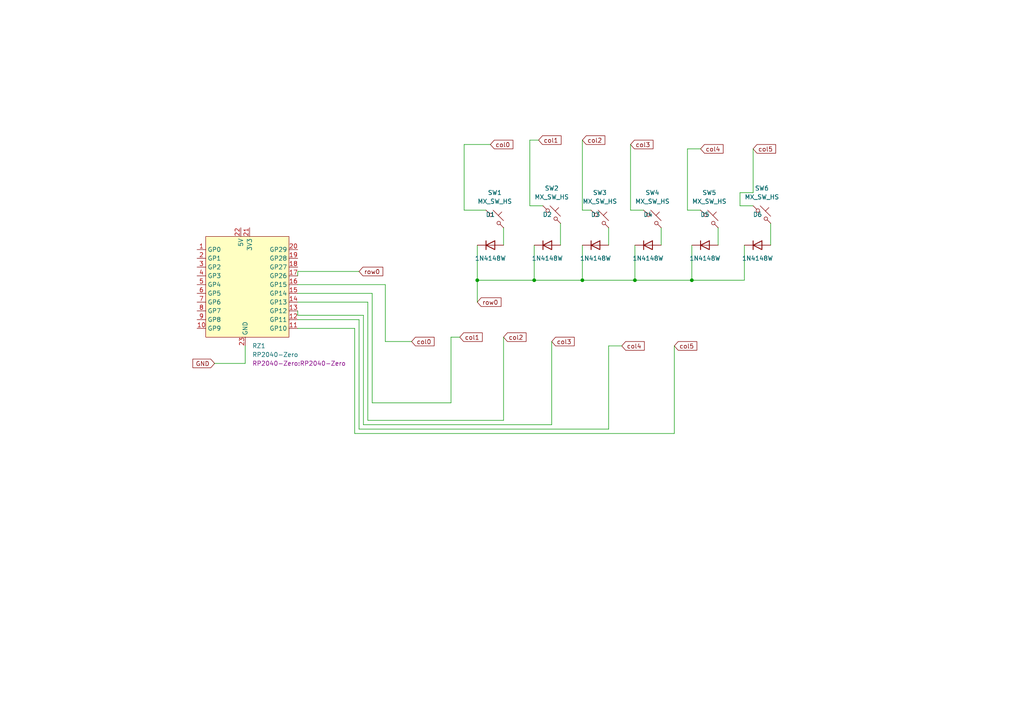
<source format=kicad_sch>
(kicad_sch (version 20211123) (generator eeschema)

  (uuid f3959fc2-2865-4a8b-9dd1-b644133ab69e)

  (paper "A4")

  (lib_symbols
    (symbol "Diode:1N4148W" (pin_numbers hide) (pin_names (offset 1.016) hide) (in_bom yes) (on_board yes)
      (property "Reference" "D" (id 0) (at 0 2.54 0)
        (effects (font (size 1.27 1.27)))
      )
      (property "Value" "1N4148W" (id 1) (at 0 -2.54 0)
        (effects (font (size 1.27 1.27)))
      )
      (property "Footprint" "Diode_SMD:D_SOD-123" (id 2) (at 0 -4.445 0)
        (effects (font (size 1.27 1.27)) hide)
      )
      (property "Datasheet" "https://www.vishay.com/docs/85748/1n4148w.pdf" (id 3) (at 0 0 0)
        (effects (font (size 1.27 1.27)) hide)
      )
      (property "ki_keywords" "diode" (id 4) (at 0 0 0)
        (effects (font (size 1.27 1.27)) hide)
      )
      (property "ki_description" "75V 0.15A Fast Switching Diode, SOD-123" (id 5) (at 0 0 0)
        (effects (font (size 1.27 1.27)) hide)
      )
      (property "ki_fp_filters" "D*SOD?123*" (id 6) (at 0 0 0)
        (effects (font (size 1.27 1.27)) hide)
      )
      (symbol "1N4148W_0_1"
        (polyline
          (pts
            (xy -1.27 1.27)
            (xy -1.27 -1.27)
          )
          (stroke (width 0.254) (type default) (color 0 0 0 0))
          (fill (type none))
        )
        (polyline
          (pts
            (xy 1.27 0)
            (xy -1.27 0)
          )
          (stroke (width 0) (type default) (color 0 0 0 0))
          (fill (type none))
        )
        (polyline
          (pts
            (xy 1.27 1.27)
            (xy 1.27 -1.27)
            (xy -1.27 0)
            (xy 1.27 1.27)
          )
          (stroke (width 0.254) (type default) (color 0 0 0 0))
          (fill (type none))
        )
      )
      (symbol "1N4148W_1_1"
        (pin passive line (at -3.81 0 0) (length 2.54)
          (name "K" (effects (font (size 1.27 1.27))))
          (number "1" (effects (font (size 1.27 1.27))))
        )
        (pin passive line (at 3.81 0 180) (length 2.54)
          (name "A" (effects (font (size 1.27 1.27))))
          (number "2" (effects (font (size 1.27 1.27))))
        )
      )
    )
    (symbol "RP2040 Zero:RP2040-Zero" (in_bom yes) (on_board yes)
      (property "Reference" "RZ" (id 0) (at 0 0 0)
        (effects (font (size 1.27 1.27)))
      )
      (property "Value" "RP2040-Zero" (id 1) (at 0 -2.54 0)
        (effects (font (size 1.27 1.27)))
      )
      (property "Footprint" "RP2040-Zero:RP2040-Zero" (id 2) (at 0 0 0)
        (effects (font (size 1.27 1.27)))
      )
      (property "Datasheet" "" (id 3) (at 0 0 0)
        (effects (font (size 1.27 1.27)) hide)
      )
      (symbol "RP2040-Zero_0_1"
        (rectangle (start -11.43 -15.24) (end 12.7 13.97)
          (stroke (width 0) (type default) (color 0 0 0 0))
          (fill (type background))
        )
      )
      (symbol "RP2040-Zero_1_1"
        (pin bidirectional line (at -13.97 10.16 0) (length 2.54)
          (name "GP0" (effects (font (size 1.27 1.27))))
          (number "1" (effects (font (size 1.27 1.27))))
        )
        (pin bidirectional line (at -13.97 -12.7 0) (length 2.54)
          (name "GP9" (effects (font (size 1.27 1.27))))
          (number "10" (effects (font (size 1.27 1.27))))
        )
        (pin bidirectional line (at 15.24 -12.7 180) (length 2.54)
          (name "GP10" (effects (font (size 1.27 1.27))))
          (number "11" (effects (font (size 1.27 1.27))))
        )
        (pin bidirectional line (at 15.24 -10.16 180) (length 2.54)
          (name "GP11" (effects (font (size 1.27 1.27))))
          (number "12" (effects (font (size 1.27 1.27))))
        )
        (pin bidirectional line (at 15.24 -7.62 180) (length 2.54)
          (name "GP12" (effects (font (size 1.27 1.27))))
          (number "13" (effects (font (size 1.27 1.27))))
        )
        (pin bidirectional line (at 15.24 -5.08 180) (length 2.54)
          (name "GP13" (effects (font (size 1.27 1.27))))
          (number "14" (effects (font (size 1.27 1.27))))
        )
        (pin bidirectional line (at 15.24 -2.54 180) (length 2.54)
          (name "GP14" (effects (font (size 1.27 1.27))))
          (number "15" (effects (font (size 1.27 1.27))))
        )
        (pin bidirectional line (at 15.24 0 180) (length 2.54)
          (name "GP15" (effects (font (size 1.27 1.27))))
          (number "16" (effects (font (size 1.27 1.27))))
        )
        (pin bidirectional line (at 15.24 2.54 180) (length 2.54)
          (name "GP26" (effects (font (size 1.27 1.27))))
          (number "17" (effects (font (size 1.27 1.27))))
        )
        (pin bidirectional line (at 15.24 5.08 180) (length 2.54)
          (name "GP27" (effects (font (size 1.27 1.27))))
          (number "18" (effects (font (size 1.27 1.27))))
        )
        (pin bidirectional line (at 15.24 7.62 180) (length 2.54)
          (name "GP28" (effects (font (size 1.27 1.27))))
          (number "19" (effects (font (size 1.27 1.27))))
        )
        (pin bidirectional line (at -13.97 7.62 0) (length 2.54)
          (name "GP1" (effects (font (size 1.27 1.27))))
          (number "2" (effects (font (size 1.27 1.27))))
        )
        (pin bidirectional line (at 15.24 10.16 180) (length 2.54)
          (name "GP29" (effects (font (size 1.27 1.27))))
          (number "20" (effects (font (size 1.27 1.27))))
        )
        (pin power_in line (at 1.27 16.51 270) (length 2.54)
          (name "3V3" (effects (font (size 1.27 1.27))))
          (number "21" (effects (font (size 1.27 1.27))))
        )
        (pin power_in line (at -1.27 16.51 270) (length 2.54)
          (name "5V" (effects (font (size 1.27 1.27))))
          (number "22" (effects (font (size 1.27 1.27))))
        )
        (pin power_in line (at 0 -17.78 90) (length 2.54)
          (name "GND" (effects (font (size 1.27 1.27))))
          (number "23" (effects (font (size 1.27 1.27))))
        )
        (pin bidirectional line (at -13.97 5.08 0) (length 2.54)
          (name "GP2" (effects (font (size 1.27 1.27))))
          (number "3" (effects (font (size 1.27 1.27))))
        )
        (pin bidirectional line (at -13.97 2.54 0) (length 2.54)
          (name "GP3" (effects (font (size 1.27 1.27))))
          (number "4" (effects (font (size 1.27 1.27))))
        )
        (pin bidirectional line (at -13.97 0 0) (length 2.54)
          (name "GP4" (effects (font (size 1.27 1.27))))
          (number "5" (effects (font (size 1.27 1.27))))
        )
        (pin bidirectional line (at -13.97 -2.54 0) (length 2.54)
          (name "GP5" (effects (font (size 1.27 1.27))))
          (number "6" (effects (font (size 1.27 1.27))))
        )
        (pin bidirectional line (at -13.97 -5.08 0) (length 2.54)
          (name "GP6" (effects (font (size 1.27 1.27))))
          (number "7" (effects (font (size 1.27 1.27))))
        )
        (pin bidirectional line (at -13.97 -7.62 0) (length 2.54)
          (name "GP7" (effects (font (size 1.27 1.27))))
          (number "8" (effects (font (size 1.27 1.27))))
        )
        (pin bidirectional line (at -13.97 -10.16 0) (length 2.54)
          (name "GP8" (effects (font (size 1.27 1.27))))
          (number "9" (effects (font (size 1.27 1.27))))
        )
      )
    )
    (symbol "marbastlib-mx:MX_SW_HS" (pin_numbers hide) (pin_names (offset 1.016) hide) (in_bom yes) (on_board yes)
      (property "Reference" "SW" (id 0) (at 3.048 1.016 0)
        (effects (font (size 1.27 1.27)) (justify left))
      )
      (property "Value" "MX_SW_HS" (id 1) (at 0 -3.81 0)
        (effects (font (size 1.27 1.27)))
      )
      (property "Footprint" "marbastlib-mx:SW_MX_HS_1u" (id 2) (at 0 0 0)
        (effects (font (size 1.27 1.27)) hide)
      )
      (property "Datasheet" "~" (id 3) (at 0 0 0)
        (effects (font (size 1.27 1.27)) hide)
      )
      (property "ki_keywords" "switch normally-open pushbutton push-button" (id 4) (at 0 0 0)
        (effects (font (size 1.27 1.27)) hide)
      )
      (property "ki_description" "Push button switch, normally open, two pins, 45° tilted" (id 5) (at 0 0 0)
        (effects (font (size 1.27 1.27)) hide)
      )
      (symbol "MX_SW_HS_0_1"
        (circle (center -1.1684 1.1684) (radius 0.508)
          (stroke (width 0) (type default) (color 0 0 0 0))
          (fill (type none))
        )
        (polyline
          (pts
            (xy -0.508 2.54)
            (xy 2.54 -0.508)
          )
          (stroke (width 0) (type default) (color 0 0 0 0))
          (fill (type none))
        )
        (polyline
          (pts
            (xy 1.016 1.016)
            (xy 2.032 2.032)
          )
          (stroke (width 0) (type default) (color 0 0 0 0))
          (fill (type none))
        )
        (polyline
          (pts
            (xy -2.54 2.54)
            (xy -1.524 1.524)
            (xy -1.524 1.524)
          )
          (stroke (width 0) (type default) (color 0 0 0 0))
          (fill (type none))
        )
        (polyline
          (pts
            (xy 1.524 -1.524)
            (xy 2.54 -2.54)
            (xy 2.54 -2.54)
            (xy 2.54 -2.54)
          )
          (stroke (width 0) (type default) (color 0 0 0 0))
          (fill (type none))
        )
        (circle (center 1.143 -1.1938) (radius 0.508)
          (stroke (width 0) (type default) (color 0 0 0 0))
          (fill (type none))
        )
        (pin passive line (at -2.54 2.54 0) (length 0)
          (name "1" (effects (font (size 1.27 1.27))))
          (number "1" (effects (font (size 1.27 1.27))))
        )
        (pin passive line (at 2.54 -2.54 180) (length 0)
          (name "2" (effects (font (size 1.27 1.27))))
          (number "2" (effects (font (size 1.27 1.27))))
        )
      )
    )
  )

  (junction (at 168.91 81.28) (diameter 0) (color 0 0 0 0)
    (uuid 0034029d-05f8-4bef-9800-f394cfac8bbc)
  )
  (junction (at 200.66 81.28) (diameter 0) (color 0 0 0 0)
    (uuid 55ffa584-9d71-4830-802d-a683c822dc14)
  )
  (junction (at 184.15 81.28) (diameter 0) (color 0 0 0 0)
    (uuid 781d698a-a857-4b80-854a-52d0cacb85b2)
  )
  (junction (at 138.43 81.28) (diameter 0) (color 0 0 0 0)
    (uuid b73d68e5-8276-429b-a8bf-609051148030)
  )
  (junction (at 154.94 81.28) (diameter 0) (color 0 0 0 0)
    (uuid c9646829-8abe-4807-b642-c7a429080822)
  )

  (wire (pts (xy 86.36 78.74) (xy 86.36 80.01))
    (stroke (width 0) (type default) (color 0 0 0 0))
    (uuid 037a7c7e-0197-4429-91ba-0da0346af7ea)
  )
  (wire (pts (xy 138.43 71.12) (xy 138.43 81.28))
    (stroke (width 0) (type default) (color 0 0 0 0))
    (uuid 05860451-25fd-4d27-8fb3-d184838b6759)
  )
  (wire (pts (xy 215.9 71.12) (xy 215.9 81.28))
    (stroke (width 0) (type default) (color 0 0 0 0))
    (uuid 1026c991-5130-43f9-af47-adc32a98a02b)
  )
  (wire (pts (xy 86.36 92.71) (xy 104.14 92.71))
    (stroke (width 0) (type default) (color 0 0 0 0))
    (uuid 10a70c67-36a1-4ff9-ad67-5ef5c9a95ffd)
  )
  (wire (pts (xy 104.14 78.74) (xy 86.36 78.74))
    (stroke (width 0) (type default) (color 0 0 0 0))
    (uuid 12daa5cf-6a08-4cac-be3e-ebf8c9391d08)
  )
  (wire (pts (xy 107.95 85.09) (xy 86.36 85.09))
    (stroke (width 0) (type default) (color 0 0 0 0))
    (uuid 14a796e9-e80d-4d78-bd33-c09e89c3fe61)
  )
  (wire (pts (xy 134.62 41.91) (xy 142.24 41.91))
    (stroke (width 0) (type default) (color 0 0 0 0))
    (uuid 155562eb-87c5-4092-9a05-b95bd712906e)
  )
  (wire (pts (xy 106.68 121.92) (xy 146.05 121.92))
    (stroke (width 0) (type default) (color 0 0 0 0))
    (uuid 1842a470-2ea1-42cf-87bf-1afba5a3c039)
  )
  (wire (pts (xy 138.43 81.28) (xy 138.43 87.63))
    (stroke (width 0) (type default) (color 0 0 0 0))
    (uuid 1c6f2a66-7231-4627-a138-75a6b92affd1)
  )
  (wire (pts (xy 156.21 40.64) (xy 153.67 40.64))
    (stroke (width 0) (type default) (color 0 0 0 0))
    (uuid 295d429d-ac64-4ccb-9f10-a1cc4890c03c)
  )
  (wire (pts (xy 138.43 81.28) (xy 154.94 81.28))
    (stroke (width 0) (type default) (color 0 0 0 0))
    (uuid 2d3ab509-ed65-4c13-b97d-33429c45956f)
  )
  (wire (pts (xy 199.39 60.96) (xy 199.39 43.18))
    (stroke (width 0) (type default) (color 0 0 0 0))
    (uuid 2da729e3-517a-4bbe-b961-ef2a43157893)
  )
  (wire (pts (xy 176.53 100.33) (xy 176.53 124.46))
    (stroke (width 0) (type default) (color 0 0 0 0))
    (uuid 2dd7137b-e222-4d18-85a0-1ef23958d60c)
  )
  (wire (pts (xy 104.14 92.71) (xy 104.14 124.46))
    (stroke (width 0) (type default) (color 0 0 0 0))
    (uuid 3092ce93-c18a-49be-afc0-77287d789e9d)
  )
  (wire (pts (xy 86.36 82.55) (xy 111.76 82.55))
    (stroke (width 0) (type default) (color 0 0 0 0))
    (uuid 34ef8aeb-624f-48dc-a02f-e9ccc3e98753)
  )
  (wire (pts (xy 133.35 97.79) (xy 130.81 97.79))
    (stroke (width 0) (type default) (color 0 0 0 0))
    (uuid 36aee33a-3f8a-49a9-b487-9baa7fbc3398)
  )
  (wire (pts (xy 184.15 71.12) (xy 184.15 81.28))
    (stroke (width 0) (type default) (color 0 0 0 0))
    (uuid 3719f900-d6d2-4a1b-90c0-a87cd291ee2f)
  )
  (wire (pts (xy 191.77 66.04) (xy 191.77 71.12))
    (stroke (width 0) (type default) (color 0 0 0 0))
    (uuid 3aa794e6-1225-49d7-a942-9f186fd0be96)
  )
  (wire (pts (xy 195.58 125.73) (xy 102.87 125.73))
    (stroke (width 0) (type default) (color 0 0 0 0))
    (uuid 3aaa40ac-829c-4191-a8fe-1927341a5e04)
  )
  (wire (pts (xy 146.05 97.79) (xy 146.05 121.92))
    (stroke (width 0) (type default) (color 0 0 0 0))
    (uuid 3d716355-042a-4399-ac6f-c528a9a54350)
  )
  (wire (pts (xy 195.58 100.33) (xy 195.58 125.73))
    (stroke (width 0) (type default) (color 0 0 0 0))
    (uuid 3f05fc69-152b-45d7-a48c-2d47708f0e9d)
  )
  (wire (pts (xy 168.91 60.96) (xy 168.91 40.64))
    (stroke (width 0) (type default) (color 0 0 0 0))
    (uuid 469328c4-a08f-4ba3-a9fe-3f47bb9ba7bd)
  )
  (wire (pts (xy 208.28 66.04) (xy 208.28 71.12))
    (stroke (width 0) (type default) (color 0 0 0 0))
    (uuid 4aa16fb1-15fc-4d75-9c57-2d0272370fea)
  )
  (wire (pts (xy 154.94 81.28) (xy 168.91 81.28))
    (stroke (width 0) (type default) (color 0 0 0 0))
    (uuid 4dfb88a3-dd40-41bc-8993-521de8c4d5bf)
  )
  (wire (pts (xy 168.91 81.28) (xy 184.15 81.28))
    (stroke (width 0) (type default) (color 0 0 0 0))
    (uuid 5044f454-8775-41f6-b17a-48933f442686)
  )
  (wire (pts (xy 176.53 66.04) (xy 176.53 71.12))
    (stroke (width 0) (type default) (color 0 0 0 0))
    (uuid 52f93e84-3322-4749-9d25-6496753d4f94)
  )
  (wire (pts (xy 160.02 99.06) (xy 160.02 123.19))
    (stroke (width 0) (type default) (color 0 0 0 0))
    (uuid 567b2f83-ed4f-43bc-b268-4b9eddd70a42)
  )
  (wire (pts (xy 160.02 123.19) (xy 105.41 123.19))
    (stroke (width 0) (type default) (color 0 0 0 0))
    (uuid 5ae12cc6-74c2-43f0-abb7-86e78886baa3)
  )
  (wire (pts (xy 153.67 40.64) (xy 153.67 59.69))
    (stroke (width 0) (type default) (color 0 0 0 0))
    (uuid 5c5250d1-ed4b-4794-a1fb-a89da8050967)
  )
  (wire (pts (xy 130.81 97.79) (xy 130.81 116.84))
    (stroke (width 0) (type default) (color 0 0 0 0))
    (uuid 5e0e21cc-1be4-475b-8e81-b1eb7ec198e7)
  )
  (wire (pts (xy 184.15 81.28) (xy 200.66 81.28))
    (stroke (width 0) (type default) (color 0 0 0 0))
    (uuid 6118a909-cd0c-402d-8f26-f2fc175a9f28)
  )
  (wire (pts (xy 111.76 99.06) (xy 119.38 99.06))
    (stroke (width 0) (type default) (color 0 0 0 0))
    (uuid 6838f619-ca63-4c3d-a82a-07df0ffdd2cc)
  )
  (wire (pts (xy 199.39 43.18) (xy 203.2 43.18))
    (stroke (width 0) (type default) (color 0 0 0 0))
    (uuid 6ba6f2d3-030d-4e67-b229-bed2ece04192)
  )
  (wire (pts (xy 140.97 60.96) (xy 134.62 60.96))
    (stroke (width 0) (type default) (color 0 0 0 0))
    (uuid 6d3a7714-1f82-4a40-9862-db5dd1988599)
  )
  (wire (pts (xy 71.12 100.33) (xy 71.12 105.41))
    (stroke (width 0) (type default) (color 0 0 0 0))
    (uuid 6e31c011-798c-4939-85b7-ec877c3adeb8)
  )
  (wire (pts (xy 71.12 105.41) (xy 62.23 105.41))
    (stroke (width 0) (type default) (color 0 0 0 0))
    (uuid 6f6ae13f-2621-4708-889b-b3921b32e7b2)
  )
  (wire (pts (xy 86.36 87.63) (xy 106.68 87.63))
    (stroke (width 0) (type default) (color 0 0 0 0))
    (uuid 71e8f2c6-37d3-4980-a25b-2415a3fabe68)
  )
  (wire (pts (xy 106.68 87.63) (xy 106.68 121.92))
    (stroke (width 0) (type default) (color 0 0 0 0))
    (uuid 74dafbc6-a681-4f47-a95b-181546f49255)
  )
  (wire (pts (xy 102.87 95.25) (xy 86.36 95.25))
    (stroke (width 0) (type default) (color 0 0 0 0))
    (uuid 75c8d767-6d6c-45e8-beb5-676ec8ebf9a9)
  )
  (wire (pts (xy 153.67 59.69) (xy 157.48 59.69))
    (stroke (width 0) (type default) (color 0 0 0 0))
    (uuid 76254008-00c0-4bcf-9157-7feffa7ce481)
  )
  (wire (pts (xy 130.81 116.84) (xy 107.95 116.84))
    (stroke (width 0) (type default) (color 0 0 0 0))
    (uuid 824d2455-be50-4336-b97e-b13a26a1dce2)
  )
  (wire (pts (xy 200.66 81.28) (xy 200.66 71.12))
    (stroke (width 0) (type default) (color 0 0 0 0))
    (uuid 8f80b654-c2a4-4a83-9ae2-a36386b74e33)
  )
  (wire (pts (xy 104.14 124.46) (xy 176.53 124.46))
    (stroke (width 0) (type default) (color 0 0 0 0))
    (uuid 990635f5-44f6-43e7-9084-9d71b646b8e5)
  )
  (wire (pts (xy 182.88 60.96) (xy 186.69 60.96))
    (stroke (width 0) (type default) (color 0 0 0 0))
    (uuid a3f83194-e87b-497a-a08b-9b6914ed55c8)
  )
  (wire (pts (xy 102.87 125.73) (xy 102.87 95.25))
    (stroke (width 0) (type default) (color 0 0 0 0))
    (uuid a419695a-98b0-4322-936e-059772f6ed3d)
  )
  (wire (pts (xy 154.94 71.12) (xy 154.94 81.28))
    (stroke (width 0) (type default) (color 0 0 0 0))
    (uuid a6a3fc4a-7493-4b3b-86d5-ecd9cca977dd)
  )
  (wire (pts (xy 223.52 64.77) (xy 223.52 71.12))
    (stroke (width 0) (type default) (color 0 0 0 0))
    (uuid ada03933-7e62-47c1-9eb8-301cc93acb2c)
  )
  (wire (pts (xy 214.63 55.88) (xy 214.63 59.69))
    (stroke (width 0) (type default) (color 0 0 0 0))
    (uuid b0a38c40-2b81-41b2-be6e-7716094c75a0)
  )
  (wire (pts (xy 176.53 100.33) (xy 180.34 100.33))
    (stroke (width 0) (type default) (color 0 0 0 0))
    (uuid b445fd3c-91ef-4a9f-9dad-fd9f0177fa4c)
  )
  (wire (pts (xy 200.66 81.28) (xy 215.9 81.28))
    (stroke (width 0) (type default) (color 0 0 0 0))
    (uuid b6d06c01-a0d4-40f7-a67c-cf31ece1674c)
  )
  (wire (pts (xy 107.95 116.84) (xy 107.95 85.09))
    (stroke (width 0) (type default) (color 0 0 0 0))
    (uuid c0affe67-58ca-478c-920e-4df959ff9b3d)
  )
  (wire (pts (xy 146.05 66.04) (xy 146.05 71.12))
    (stroke (width 0) (type default) (color 0 0 0 0))
    (uuid cf6a729b-16be-4af0-9ac4-e29bbc269e80)
  )
  (wire (pts (xy 86.36 91.44) (xy 86.36 90.17))
    (stroke (width 0) (type default) (color 0 0 0 0))
    (uuid d25dbaad-33e0-4d00-8e3a-b13eb1335732)
  )
  (wire (pts (xy 214.63 59.69) (xy 218.44 59.69))
    (stroke (width 0) (type default) (color 0 0 0 0))
    (uuid d36adde5-550a-468d-a435-fd956fc87021)
  )
  (wire (pts (xy 134.62 60.96) (xy 134.62 41.91))
    (stroke (width 0) (type default) (color 0 0 0 0))
    (uuid df910b64-5912-4518-8b01-8ddc96f327eb)
  )
  (wire (pts (xy 171.45 60.96) (xy 168.91 60.96))
    (stroke (width 0) (type default) (color 0 0 0 0))
    (uuid e0018b60-3a7d-40cb-8a13-5026f716f41b)
  )
  (wire (pts (xy 218.44 55.88) (xy 214.63 55.88))
    (stroke (width 0) (type default) (color 0 0 0 0))
    (uuid e127e94f-8955-43f1-9763-1b440da59e62)
  )
  (wire (pts (xy 105.41 91.44) (xy 86.36 91.44))
    (stroke (width 0) (type default) (color 0 0 0 0))
    (uuid e1572540-4a29-4e7e-b8ec-4ded8d296b70)
  )
  (wire (pts (xy 203.2 60.96) (xy 199.39 60.96))
    (stroke (width 0) (type default) (color 0 0 0 0))
    (uuid e3210d27-2a13-49e1-8c95-750fd6981f6a)
  )
  (wire (pts (xy 105.41 123.19) (xy 105.41 91.44))
    (stroke (width 0) (type default) (color 0 0 0 0))
    (uuid e34062d8-587c-4d5a-a43b-387b85893bad)
  )
  (wire (pts (xy 168.91 71.12) (xy 168.91 81.28))
    (stroke (width 0) (type default) (color 0 0 0 0))
    (uuid e65a8dee-0017-459f-af70-cd1cf34628bb)
  )
  (wire (pts (xy 162.56 64.77) (xy 162.56 71.12))
    (stroke (width 0) (type default) (color 0 0 0 0))
    (uuid edbddf0d-094f-4072-ae8d-6a4995591185)
  )
  (wire (pts (xy 218.44 43.18) (xy 218.44 55.88))
    (stroke (width 0) (type default) (color 0 0 0 0))
    (uuid ee450745-93a4-4cf5-899b-5439cca6861d)
  )
  (wire (pts (xy 111.76 82.55) (xy 111.76 99.06))
    (stroke (width 0) (type default) (color 0 0 0 0))
    (uuid f66c1097-a627-453e-8cf9-a5211fe5c123)
  )
  (wire (pts (xy 182.88 41.91) (xy 182.88 60.96))
    (stroke (width 0) (type default) (color 0 0 0 0))
    (uuid f91a5809-8520-405b-831e-341d324ae7f3)
  )

  (global_label "col2" (shape input) (at 146.05 97.79 0) (fields_autoplaced)
    (effects (font (size 1.27 1.27)) (justify left))
    (uuid 10f46280-0015-4ebc-8d16-644c43289a14)
    (property "Intersheet References" "${INTERSHEET_REFS}" (id 0) (at 152.5755 97.7106 0)
      (effects (font (size 1.27 1.27)) (justify left) hide)
    )
  )
  (global_label "col2" (shape input) (at 168.91 40.64 0) (fields_autoplaced)
    (effects (font (size 1.27 1.27)) (justify left))
    (uuid 147b49f9-b163-4fb2-8669-a0761986ad50)
    (property "Intersheet References" "${INTERSHEET_REFS}" (id 0) (at 175.4355 40.5606 0)
      (effects (font (size 1.27 1.27)) (justify left) hide)
    )
  )
  (global_label "row0" (shape input) (at 104.14 78.74 0) (fields_autoplaced)
    (effects (font (size 1.27 1.27)) (justify left))
    (uuid 2d246d70-d113-4acd-9e0a-93be700143b7)
    (property "Intersheet References" "${INTERSHEET_REFS}" (id 0) (at 111.0283 78.6606 0)
      (effects (font (size 1.27 1.27)) (justify left) hide)
    )
  )
  (global_label "col3" (shape input) (at 182.88 41.91 0) (fields_autoplaced)
    (effects (font (size 1.27 1.27)) (justify left))
    (uuid 3d2a26b2-61f8-42ac-b188-cc54fbc8320f)
    (property "Intersheet References" "${INTERSHEET_REFS}" (id 0) (at 189.4055 41.8306 0)
      (effects (font (size 1.27 1.27)) (justify left) hide)
    )
  )
  (global_label "col1" (shape input) (at 133.35 97.79 0) (fields_autoplaced)
    (effects (font (size 1.27 1.27)) (justify left))
    (uuid 54121a03-6e9b-4812-adf8-924193a37787)
    (property "Intersheet References" "${INTERSHEET_REFS}" (id 0) (at 139.8755 97.7106 0)
      (effects (font (size 1.27 1.27)) (justify left) hide)
    )
  )
  (global_label "col4" (shape input) (at 180.34 100.33 0) (fields_autoplaced)
    (effects (font (size 1.27 1.27)) (justify left))
    (uuid 5b66dcdc-3944-40eb-b029-ca78996773ce)
    (property "Intersheet References" "${INTERSHEET_REFS}" (id 0) (at 186.8655 100.2506 0)
      (effects (font (size 1.27 1.27)) (justify left) hide)
    )
  )
  (global_label "col3" (shape input) (at 160.02 99.06 0) (fields_autoplaced)
    (effects (font (size 1.27 1.27)) (justify left))
    (uuid 67c123e8-94dc-4604-a35e-7306f261717c)
    (property "Intersheet References" "${INTERSHEET_REFS}" (id 0) (at 166.5455 98.9806 0)
      (effects (font (size 1.27 1.27)) (justify left) hide)
    )
  )
  (global_label "row0" (shape input) (at 138.43 87.63 0) (fields_autoplaced)
    (effects (font (size 1.27 1.27)) (justify left))
    (uuid 847e57dc-0b04-4246-9268-ea665d629390)
    (property "Intersheet References" "${INTERSHEET_REFS}" (id 0) (at 145.3183 87.5506 0)
      (effects (font (size 1.27 1.27)) (justify left) hide)
    )
  )
  (global_label "GND" (shape input) (at 62.23 105.41 180) (fields_autoplaced)
    (effects (font (size 1.27 1.27)) (justify right))
    (uuid 8b63051d-5984-4729-a3c0-4cea0bc1f1e1)
    (property "Intersheet References" "${INTERSHEET_REFS}" (id 0) (at 55.9464 105.3306 0)
      (effects (font (size 1.27 1.27)) (justify right) hide)
    )
  )
  (global_label "col4" (shape input) (at 203.2 43.18 0) (fields_autoplaced)
    (effects (font (size 1.27 1.27)) (justify left))
    (uuid 9547b3fd-142d-45f6-8c97-e237da32e3f6)
    (property "Intersheet References" "${INTERSHEET_REFS}" (id 0) (at 209.7255 43.1006 0)
      (effects (font (size 1.27 1.27)) (justify left) hide)
    )
  )
  (global_label "col0" (shape input) (at 119.38 99.06 0) (fields_autoplaced)
    (effects (font (size 1.27 1.27)) (justify left))
    (uuid b819bff5-4369-41f9-9060-f92b96432292)
    (property "Intersheet References" "${INTERSHEET_REFS}" (id 0) (at 125.9055 98.9806 0)
      (effects (font (size 1.27 1.27)) (justify left) hide)
    )
  )
  (global_label "col1" (shape input) (at 156.21 40.64 0) (fields_autoplaced)
    (effects (font (size 1.27 1.27)) (justify left))
    (uuid bb19969f-6213-480e-ab66-f534776e9989)
    (property "Intersheet References" "${INTERSHEET_REFS}" (id 0) (at 162.7355 40.5606 0)
      (effects (font (size 1.27 1.27)) (justify left) hide)
    )
  )
  (global_label "col5" (shape input) (at 195.58 100.33 0) (fields_autoplaced)
    (effects (font (size 1.27 1.27)) (justify left))
    (uuid d8469c83-9600-4d67-af38-eadeb839a6cd)
    (property "Intersheet References" "${INTERSHEET_REFS}" (id 0) (at 202.1055 100.2506 0)
      (effects (font (size 1.27 1.27)) (justify left) hide)
    )
  )
  (global_label "col0" (shape input) (at 142.24 41.91 0) (fields_autoplaced)
    (effects (font (size 1.27 1.27)) (justify left))
    (uuid dcdf3d82-167e-4eb7-bcc4-dafa7218002f)
    (property "Intersheet References" "${INTERSHEET_REFS}" (id 0) (at 148.7655 41.8306 0)
      (effects (font (size 1.27 1.27)) (justify left) hide)
    )
  )
  (global_label "col5" (shape input) (at 218.44 43.18 0) (fields_autoplaced)
    (effects (font (size 1.27 1.27)) (justify left))
    (uuid ed337f97-1f6c-4f28-8de4-ed3ae45c1f92)
    (property "Intersheet References" "${INTERSHEET_REFS}" (id 0) (at 224.9655 43.1006 0)
      (effects (font (size 1.27 1.27)) (justify left) hide)
    )
  )

  (symbol (lib_id "marbastlib-mx:MX_SW_HS") (at 205.74 63.5 0) (unit 1)
    (in_bom yes) (on_board yes)
    (uuid 0897c211-3584-4b4c-a973-f920b8662acb)
    (property "Reference" "SW5" (id 0) (at 205.74 55.88 0))
    (property "Value" "MX_SW_HS" (id 1) (at 205.74 58.42 0))
    (property "Footprint" "marbastlib-mx:SW_MX_HS_1u" (id 2) (at 205.74 63.5 0)
      (effects (font (size 1.27 1.27)) hide)
    )
    (property "Datasheet" "~" (id 3) (at 205.74 63.5 0)
      (effects (font (size 1.27 1.27)) hide)
    )
    (pin "1" (uuid b75621a4-3051-4190-a561-f5af6af8219b))
    (pin "2" (uuid be8832a1-063f-4fe7-b4fc-81170722dac7))
  )

  (symbol (lib_id "marbastlib-mx:MX_SW_HS") (at 220.98 62.23 0) (unit 1)
    (in_bom yes) (on_board yes)
    (uuid 0f6906b5-d5ad-4319-9702-6726474c518b)
    (property "Reference" "SW6" (id 0) (at 220.98 54.61 0))
    (property "Value" "MX_SW_HS" (id 1) (at 220.98 57.15 0))
    (property "Footprint" "marbastlib-mx:SW_MX_HS_1u" (id 2) (at 220.98 62.23 0)
      (effects (font (size 1.27 1.27)) hide)
    )
    (property "Datasheet" "~" (id 3) (at 220.98 62.23 0)
      (effects (font (size 1.27 1.27)) hide)
    )
    (pin "1" (uuid 34aba998-1a48-49de-b4a5-62bc9b9725e1))
    (pin "2" (uuid bde8037e-ce41-4228-b9eb-9e1d341fec42))
  )

  (symbol (lib_id "marbastlib-mx:MX_SW_HS") (at 160.02 62.23 0) (unit 1)
    (in_bom yes) (on_board yes)
    (uuid 2759db90-289b-4040-ad6a-8ff1f48dc450)
    (property "Reference" "SW2" (id 0) (at 160.02 54.61 0))
    (property "Value" "MX_SW_HS" (id 1) (at 160.02 57.15 0))
    (property "Footprint" "marbastlib-mx:SW_MX_HS_1u" (id 2) (at 160.02 62.23 0)
      (effects (font (size 1.27 1.27)) hide)
    )
    (property "Datasheet" "~" (id 3) (at 160.02 62.23 0)
      (effects (font (size 1.27 1.27)) hide)
    )
    (pin "1" (uuid 6d41bd0d-d0aa-470c-938e-75c34612b83e))
    (pin "2" (uuid d00fa357-c3f9-490d-9138-02beb88ae52a))
  )

  (symbol (lib_id "Diode:1N4148W") (at 158.75 71.12 0) (unit 1)
    (in_bom yes) (on_board yes)
    (uuid 62a2ab7d-64d8-43c6-886e-2599bd5c161a)
    (property "Reference" "D2" (id 0) (at 158.75 62.23 0))
    (property "Value" "1N4148W" (id 1) (at 158.75 74.93 0))
    (property "Footprint" "Diode_SMD:D_SOD-123" (id 2) (at 158.75 75.565 0)
      (effects (font (size 1.27 1.27)) hide)
    )
    (property "Datasheet" "https://www.vishay.com/docs/85748/1n4148w.pdf" (id 3) (at 158.75 71.12 0)
      (effects (font (size 1.27 1.27)) hide)
    )
    (pin "1" (uuid b8ee3762-4a68-4524-b94e-12fcef1a15de))
    (pin "2" (uuid 65ccc3fa-05ec-4410-ae81-dfc0e68be963))
  )

  (symbol (lib_id "marbastlib-mx:MX_SW_HS") (at 143.51 63.5 0) (unit 1)
    (in_bom yes) (on_board yes)
    (uuid 62a93585-821d-4176-9af7-a2afe8bf3dc4)
    (property "Reference" "SW1" (id 0) (at 143.51 55.88 0))
    (property "Value" "MX_SW_HS" (id 1) (at 143.51 58.42 0))
    (property "Footprint" "marbastlib-mx:SW_MX_HS_1u" (id 2) (at 143.51 63.5 0)
      (effects (font (size 1.27 1.27)) hide)
    )
    (property "Datasheet" "~" (id 3) (at 143.51 63.5 0)
      (effects (font (size 1.27 1.27)) hide)
    )
    (pin "1" (uuid 127505ee-76dc-49b7-b553-28a5bf459541))
    (pin "2" (uuid d9e1436c-fc4a-4917-b746-666e1f977437))
  )

  (symbol (lib_id "Diode:1N4148W") (at 142.24 71.12 0) (unit 1)
    (in_bom yes) (on_board yes)
    (uuid 670e47dc-fb62-4774-ad49-20dce3e2c837)
    (property "Reference" "D1" (id 0) (at 142.24 62.23 0))
    (property "Value" "1N4148W" (id 1) (at 142.24 74.93 0))
    (property "Footprint" "Diode_SMD:D_SOD-123" (id 2) (at 142.24 75.565 0)
      (effects (font (size 1.27 1.27)) hide)
    )
    (property "Datasheet" "https://www.vishay.com/docs/85748/1n4148w.pdf" (id 3) (at 142.24 71.12 0)
      (effects (font (size 1.27 1.27)) hide)
    )
    (pin "1" (uuid 2144e7db-c5b4-4381-a2da-c6d702d7f623))
    (pin "2" (uuid 32cde570-3330-49fb-90ed-c0a750de2dee))
  )

  (symbol (lib_id "marbastlib-mx:MX_SW_HS") (at 189.23 63.5 0) (unit 1)
    (in_bom yes) (on_board yes)
    (uuid 8607d56e-5e29-475c-81a5-e56c52218135)
    (property "Reference" "SW4" (id 0) (at 189.23 55.88 0))
    (property "Value" "MX_SW_HS" (id 1) (at 189.23 58.42 0))
    (property "Footprint" "marbastlib-mx:SW_MX_HS_1u" (id 2) (at 189.23 63.5 0)
      (effects (font (size 1.27 1.27)) hide)
    )
    (property "Datasheet" "~" (id 3) (at 189.23 63.5 0)
      (effects (font (size 1.27 1.27)) hide)
    )
    (pin "1" (uuid fc30c4a8-5f20-4ad5-9fa2-b54621489f39))
    (pin "2" (uuid 9ea2f0b2-3340-44a0-aafa-43a84fa3a15f))
  )

  (symbol (lib_id "Diode:1N4148W") (at 187.96 71.12 0) (unit 1)
    (in_bom yes) (on_board yes)
    (uuid 92e67c30-b9bf-45e4-8272-a313f6c1acae)
    (property "Reference" "D4" (id 0) (at 187.96 62.23 0))
    (property "Value" "1N4148W" (id 1) (at 187.96 74.93 0))
    (property "Footprint" "Diode_SMD:D_SOD-123" (id 2) (at 187.96 75.565 0)
      (effects (font (size 1.27 1.27)) hide)
    )
    (property "Datasheet" "https://www.vishay.com/docs/85748/1n4148w.pdf" (id 3) (at 187.96 71.12 0)
      (effects (font (size 1.27 1.27)) hide)
    )
    (pin "1" (uuid b6648418-59f9-4ce3-a53b-9f5d854a91db))
    (pin "2" (uuid 65836bbf-7624-4c0d-9437-d355694d9ab3))
  )

  (symbol (lib_id "Diode:1N4148W") (at 219.71 71.12 0) (unit 1)
    (in_bom yes) (on_board yes)
    (uuid acf8eff1-dad6-4e85-9bca-a455dd614fa4)
    (property "Reference" "D6" (id 0) (at 219.71 62.23 0))
    (property "Value" "1N4148W" (id 1) (at 219.71 74.93 0))
    (property "Footprint" "Diode_SMD:D_SOD-123" (id 2) (at 219.71 75.565 0)
      (effects (font (size 1.27 1.27)) hide)
    )
    (property "Datasheet" "https://www.vishay.com/docs/85748/1n4148w.pdf" (id 3) (at 219.71 71.12 0)
      (effects (font (size 1.27 1.27)) hide)
    )
    (pin "1" (uuid e6967a02-bc71-45dc-9eb6-d92e4a38a18e))
    (pin "2" (uuid 013b25f8-1988-41a1-b415-c4a11f1d13e6))
  )

  (symbol (lib_id "Diode:1N4148W") (at 204.47 71.12 0) (unit 1)
    (in_bom yes) (on_board yes)
    (uuid ae1eafd0-ecad-4cff-b759-df101d790868)
    (property "Reference" "D5" (id 0) (at 204.47 62.23 0))
    (property "Value" "1N4148W" (id 1) (at 204.47 74.93 0))
    (property "Footprint" "Diode_SMD:D_SOD-123" (id 2) (at 204.47 75.565 0)
      (effects (font (size 1.27 1.27)) hide)
    )
    (property "Datasheet" "https://www.vishay.com/docs/85748/1n4148w.pdf" (id 3) (at 204.47 71.12 0)
      (effects (font (size 1.27 1.27)) hide)
    )
    (pin "1" (uuid 2516fa5c-f191-4336-975f-5f9524c9445a))
    (pin "2" (uuid 19ab5bf9-994f-40b6-b8aa-0a23187803f6))
  )

  (symbol (lib_id "marbastlib-mx:MX_SW_HS") (at 173.99 63.5 0) (unit 1)
    (in_bom yes) (on_board yes)
    (uuid d75769f7-4918-45ae-9838-6595b67a33d7)
    (property "Reference" "SW3" (id 0) (at 173.99 55.88 0))
    (property "Value" "MX_SW_HS" (id 1) (at 173.99 58.42 0))
    (property "Footprint" "marbastlib-mx:SW_MX_HS_1u" (id 2) (at 173.99 63.5 0)
      (effects (font (size 1.27 1.27)) hide)
    )
    (property "Datasheet" "~" (id 3) (at 173.99 63.5 0)
      (effects (font (size 1.27 1.27)) hide)
    )
    (pin "1" (uuid 8fadf7a9-d377-44ca-b48c-85153643444a))
    (pin "2" (uuid 5136c95e-c68e-425a-9889-3834c750d3f2))
  )

  (symbol (lib_id "RP2040 Zero:RP2040-Zero") (at 71.12 82.55 0) (unit 1)
    (in_bom yes) (on_board yes) (fields_autoplaced)
    (uuid db959f89-1234-46e6-9282-057f57eb7920)
    (property "Reference" "RZ1" (id 0) (at 73.1394 100.33 0)
      (effects (font (size 1.27 1.27)) (justify left))
    )
    (property "Value" "RP2040-Zero" (id 1) (at 73.1394 102.87 0)
      (effects (font (size 1.27 1.27)) (justify left))
    )
    (property "Footprint" "RP2040-Zero:RP2040-Zero" (id 2) (at 73.1394 105.41 0)
      (effects (font (size 1.27 1.27)) (justify left))
    )
    (property "Datasheet" "" (id 3) (at 71.12 82.55 0)
      (effects (font (size 1.27 1.27)) hide)
    )
    (pin "1" (uuid 890748a1-56ea-4af2-9aae-8f5b4488924b))
    (pin "10" (uuid ee7e4275-e441-4b40-a842-6e71b27e6ec4))
    (pin "11" (uuid 07e4df75-44ca-4bd0-993b-9dda0797cc23))
    (pin "12" (uuid 41308628-9078-4129-8a1d-652cd78fb0bb))
    (pin "13" (uuid 9eb46621-c9e4-42ac-b097-d297404d434a))
    (pin "14" (uuid 9d240204-0d6b-41d0-b886-6dd36b6a287f))
    (pin "15" (uuid e71ef1af-e4af-4ddf-b5f1-0fc9a76806ad))
    (pin "16" (uuid c633c0bc-733c-4c4e-9049-08e7080b2106))
    (pin "17" (uuid 6ef0dc67-1bac-4642-b087-1c69fbf09e06))
    (pin "18" (uuid d9036702-7101-43db-800d-55ca429b8085))
    (pin "19" (uuid e9811175-778d-4288-81cf-c01d44eef880))
    (pin "2" (uuid 7d6ede73-17f8-4acd-a68d-51f7cf88bf36))
    (pin "20" (uuid be8a4cc9-7683-49f0-8460-ff0c617cc86c))
    (pin "21" (uuid 352e5513-6124-4269-9881-59af6a1e3236))
    (pin "22" (uuid 42d92720-a795-41be-816a-1405e685635c))
    (pin "23" (uuid 8a2a4af5-5a68-4e5c-8f03-23da279a2af5))
    (pin "3" (uuid 0674be96-9e84-48dc-a62c-6eeadd84162b))
    (pin "4" (uuid bc5c6cc1-b688-4f9c-a674-8c1a0e88220b))
    (pin "5" (uuid fb973a64-0c42-4e9d-9fcd-0b7166d5be01))
    (pin "6" (uuid bb5e6310-c692-4695-ac50-f44b3fea8d79))
    (pin "7" (uuid 000bc09f-33ec-47bf-a30c-ae8f057b9357))
    (pin "8" (uuid 9e0e2933-0afb-438d-a56b-b79c8a8d4078))
    (pin "9" (uuid 097886e6-b552-40f0-a295-a138d99a6da3))
  )

  (symbol (lib_id "Diode:1N4148W") (at 172.72 71.12 0) (unit 1)
    (in_bom yes) (on_board yes)
    (uuid e4ab2f07-4c48-477b-bea5-03c44e518380)
    (property "Reference" "D3" (id 0) (at 172.72 62.23 0))
    (property "Value" "1N4148W" (id 1) (at 172.72 74.93 0))
    (property "Footprint" "Diode_SMD:D_SOD-123" (id 2) (at 172.72 75.565 0)
      (effects (font (size 1.27 1.27)) hide)
    )
    (property "Datasheet" "https://www.vishay.com/docs/85748/1n4148w.pdf" (id 3) (at 172.72 71.12 0)
      (effects (font (size 1.27 1.27)) hide)
    )
    (pin "1" (uuid 7bb93f3f-2ed4-469f-92d2-5fe9e5559c03))
    (pin "2" (uuid 3d218b1f-1553-45eb-a899-3f0d5d5e66a0))
  )

  (sheet_instances
    (path "/" (page "1"))
  )

  (symbol_instances
    (path "/670e47dc-fb62-4774-ad49-20dce3e2c837"
      (reference "D1") (unit 1) (value "1N4148W") (footprint "Diode_SMD:D_SOD-123")
    )
    (path "/62a2ab7d-64d8-43c6-886e-2599bd5c161a"
      (reference "D2") (unit 1) (value "1N4148W") (footprint "Diode_SMD:D_SOD-123")
    )
    (path "/e4ab2f07-4c48-477b-bea5-03c44e518380"
      (reference "D3") (unit 1) (value "1N4148W") (footprint "Diode_SMD:D_SOD-123")
    )
    (path "/92e67c30-b9bf-45e4-8272-a313f6c1acae"
      (reference "D4") (unit 1) (value "1N4148W") (footprint "Diode_SMD:D_SOD-123")
    )
    (path "/ae1eafd0-ecad-4cff-b759-df101d790868"
      (reference "D5") (unit 1) (value "1N4148W") (footprint "Diode_SMD:D_SOD-123")
    )
    (path "/acf8eff1-dad6-4e85-9bca-a455dd614fa4"
      (reference "D6") (unit 1) (value "1N4148W") (footprint "Diode_SMD:D_SOD-123")
    )
    (path "/db959f89-1234-46e6-9282-057f57eb7920"
      (reference "RZ1") (unit 1) (value "RP2040-Zero") (footprint "RP2040-Zero:RP2040-Zero")
    )
    (path "/62a93585-821d-4176-9af7-a2afe8bf3dc4"
      (reference "SW1") (unit 1) (value "MX_SW_HS") (footprint "marbastlib-mx:SW_MX_HS_1u")
    )
    (path "/2759db90-289b-4040-ad6a-8ff1f48dc450"
      (reference "SW2") (unit 1) (value "MX_SW_HS") (footprint "marbastlib-mx:SW_MX_HS_1u")
    )
    (path "/d75769f7-4918-45ae-9838-6595b67a33d7"
      (reference "SW3") (unit 1) (value "MX_SW_HS") (footprint "marbastlib-mx:SW_MX_HS_1u")
    )
    (path "/8607d56e-5e29-475c-81a5-e56c52218135"
      (reference "SW4") (unit 1) (value "MX_SW_HS") (footprint "marbastlib-mx:SW_MX_HS_1u")
    )
    (path "/0897c211-3584-4b4c-a973-f920b8662acb"
      (reference "SW5") (unit 1) (value "MX_SW_HS") (footprint "marbastlib-mx:SW_MX_HS_1u")
    )
    (path "/0f6906b5-d5ad-4319-9702-6726474c518b"
      (reference "SW6") (unit 1) (value "MX_SW_HS") (footprint "marbastlib-mx:SW_MX_HS_1u")
    )
  )
)

</source>
